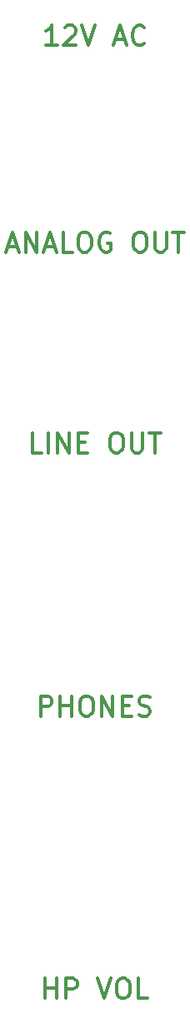
<source format=gbr>
%TF.GenerationSoftware,KiCad,Pcbnew,(6.0.5)*%
%TF.CreationDate,2022-06-04T22:54:33-04:00*%
%TF.ProjectId,aux_panel,6175785f-7061-46e6-956c-2e6b69636164,0.1*%
%TF.SameCoordinates,Original*%
%TF.FileFunction,Legend,Top*%
%TF.FilePolarity,Positive*%
%FSLAX46Y46*%
G04 Gerber Fmt 4.6, Leading zero omitted, Abs format (unit mm)*
G04 Created by KiCad (PCBNEW (6.0.5)) date 2022-06-04 22:54:33*
%MOMM*%
%LPD*%
G01*
G04 APERTURE LIST*
%ADD10C,0.300000*%
G04 APERTURE END LIST*
D10*
X107902857Y-70119761D02*
X106760000Y-70119761D01*
X107331428Y-70119761D02*
X107331428Y-68119761D01*
X107140952Y-68405476D01*
X106950476Y-68595952D01*
X106760000Y-68691190D01*
X108664761Y-68310238D02*
X108760000Y-68215000D01*
X108950476Y-68119761D01*
X109426666Y-68119761D01*
X109617142Y-68215000D01*
X109712380Y-68310238D01*
X109807619Y-68500714D01*
X109807619Y-68691190D01*
X109712380Y-68976904D01*
X108569523Y-70119761D01*
X109807619Y-70119761D01*
X110379047Y-68119761D02*
X111045714Y-70119761D01*
X111712380Y-68119761D01*
X113807619Y-69548333D02*
X114759999Y-69548333D01*
X113617142Y-70119761D02*
X114283809Y-68119761D01*
X114950476Y-70119761D01*
X116760000Y-69929285D02*
X116664761Y-70024523D01*
X116379047Y-70119761D01*
X116188571Y-70119761D01*
X115902857Y-70024523D01*
X115712380Y-69834047D01*
X115617142Y-69643571D01*
X115521904Y-69262619D01*
X115521904Y-68976904D01*
X115617142Y-68595952D01*
X115712380Y-68405476D01*
X115902857Y-68215000D01*
X116188571Y-68119761D01*
X116379047Y-68119761D01*
X116664761Y-68215000D01*
X116760000Y-68310238D01*
X106712380Y-166639761D02*
X106712380Y-164639761D01*
X106712380Y-165592142D02*
X107855238Y-165592142D01*
X107855238Y-166639761D02*
X107855238Y-164639761D01*
X108807619Y-166639761D02*
X108807619Y-164639761D01*
X109569523Y-164639761D01*
X109760000Y-164735000D01*
X109855238Y-164830238D01*
X109950476Y-165020714D01*
X109950476Y-165306428D01*
X109855238Y-165496904D01*
X109760000Y-165592142D01*
X109569523Y-165687380D01*
X108807619Y-165687380D01*
X112045714Y-164639761D02*
X112712380Y-166639761D01*
X113379047Y-164639761D01*
X114426666Y-164639761D02*
X114807619Y-164639761D01*
X114998095Y-164735000D01*
X115188571Y-164925476D01*
X115283809Y-165306428D01*
X115283809Y-165973095D01*
X115188571Y-166354047D01*
X114998095Y-166544523D01*
X114807619Y-166639761D01*
X114426666Y-166639761D01*
X114236190Y-166544523D01*
X114045714Y-166354047D01*
X113950476Y-165973095D01*
X113950476Y-165306428D01*
X114045714Y-164925476D01*
X114236190Y-164735000D01*
X114426666Y-164639761D01*
X117093333Y-166639761D02*
X116140952Y-166639761D01*
X116140952Y-164639761D01*
X106236190Y-138064761D02*
X106236190Y-136064761D01*
X106998095Y-136064761D01*
X107188571Y-136160000D01*
X107283809Y-136255238D01*
X107379047Y-136445714D01*
X107379047Y-136731428D01*
X107283809Y-136921904D01*
X107188571Y-137017142D01*
X106998095Y-137112380D01*
X106236190Y-137112380D01*
X108236190Y-138064761D02*
X108236190Y-136064761D01*
X108236190Y-137017142D02*
X109379047Y-137017142D01*
X109379047Y-138064761D02*
X109379047Y-136064761D01*
X110712380Y-136064761D02*
X111093333Y-136064761D01*
X111283809Y-136160000D01*
X111474285Y-136350476D01*
X111569523Y-136731428D01*
X111569523Y-137398095D01*
X111474285Y-137779047D01*
X111283809Y-137969523D01*
X111093333Y-138064761D01*
X110712380Y-138064761D01*
X110521904Y-137969523D01*
X110331428Y-137779047D01*
X110236190Y-137398095D01*
X110236190Y-136731428D01*
X110331428Y-136350476D01*
X110521904Y-136160000D01*
X110712380Y-136064761D01*
X112426666Y-138064761D02*
X112426666Y-136064761D01*
X113569523Y-138064761D01*
X113569523Y-136064761D01*
X114521904Y-137017142D02*
X115188571Y-137017142D01*
X115474285Y-138064761D02*
X114521904Y-138064761D01*
X114521904Y-136064761D01*
X115474285Y-136064761D01*
X116236190Y-137969523D02*
X116521904Y-138064761D01*
X116998095Y-138064761D01*
X117188571Y-137969523D01*
X117283809Y-137874285D01*
X117379047Y-137683809D01*
X117379047Y-137493333D01*
X117283809Y-137302857D01*
X117188571Y-137207619D01*
X116998095Y-137112380D01*
X116617142Y-137017142D01*
X116426666Y-136921904D01*
X116331428Y-136826666D01*
X116236190Y-136636190D01*
X116236190Y-136445714D01*
X116331428Y-136255238D01*
X116426666Y-136160000D01*
X116617142Y-136064761D01*
X117093333Y-136064761D01*
X117379047Y-136160000D01*
%TO.C,H4*%
X102902857Y-90503333D02*
X103855238Y-90503333D01*
X102712380Y-91074761D02*
X103379047Y-89074761D01*
X104045714Y-91074761D01*
X104712380Y-91074761D02*
X104712380Y-89074761D01*
X105855238Y-91074761D01*
X105855238Y-89074761D01*
X106712380Y-90503333D02*
X107664761Y-90503333D01*
X106521904Y-91074761D02*
X107188571Y-89074761D01*
X107855238Y-91074761D01*
X109474285Y-91074761D02*
X108521904Y-91074761D01*
X108521904Y-89074761D01*
X110521904Y-89074761D02*
X110902857Y-89074761D01*
X111093333Y-89170000D01*
X111283809Y-89360476D01*
X111379047Y-89741428D01*
X111379047Y-90408095D01*
X111283809Y-90789047D01*
X111093333Y-90979523D01*
X110902857Y-91074761D01*
X110521904Y-91074761D01*
X110331428Y-90979523D01*
X110140952Y-90789047D01*
X110045714Y-90408095D01*
X110045714Y-89741428D01*
X110140952Y-89360476D01*
X110331428Y-89170000D01*
X110521904Y-89074761D01*
X113283809Y-89170000D02*
X113093333Y-89074761D01*
X112807619Y-89074761D01*
X112521904Y-89170000D01*
X112331428Y-89360476D01*
X112236190Y-89550952D01*
X112140952Y-89931904D01*
X112140952Y-90217619D01*
X112236190Y-90598571D01*
X112331428Y-90789047D01*
X112521904Y-90979523D01*
X112807619Y-91074761D01*
X112998095Y-91074761D01*
X113283809Y-90979523D01*
X113379047Y-90884285D01*
X113379047Y-90217619D01*
X112998095Y-90217619D01*
X116140952Y-89074761D02*
X116521904Y-89074761D01*
X116712380Y-89170000D01*
X116902857Y-89360476D01*
X116998095Y-89741428D01*
X116998095Y-90408095D01*
X116902857Y-90789047D01*
X116712380Y-90979523D01*
X116521904Y-91074761D01*
X116140952Y-91074761D01*
X115950476Y-90979523D01*
X115760000Y-90789047D01*
X115664761Y-90408095D01*
X115664761Y-89741428D01*
X115760000Y-89360476D01*
X115950476Y-89170000D01*
X116140952Y-89074761D01*
X117855238Y-89074761D02*
X117855238Y-90693809D01*
X117950476Y-90884285D01*
X118045714Y-90979523D01*
X118236190Y-91074761D01*
X118617142Y-91074761D01*
X118807619Y-90979523D01*
X118902857Y-90884285D01*
X118998095Y-90693809D01*
X118998095Y-89074761D01*
X119664761Y-89074761D02*
X120807619Y-89074761D01*
X120236190Y-91074761D02*
X120236190Y-89074761D01*
%TO.C,H5*%
X106331428Y-111394761D02*
X105379047Y-111394761D01*
X105379047Y-109394761D01*
X106998095Y-111394761D02*
X106998095Y-109394761D01*
X107950476Y-111394761D02*
X107950476Y-109394761D01*
X109093333Y-111394761D01*
X109093333Y-109394761D01*
X110045714Y-110347142D02*
X110712380Y-110347142D01*
X110998095Y-111394761D02*
X110045714Y-111394761D01*
X110045714Y-109394761D01*
X110998095Y-109394761D01*
X113760000Y-109394761D02*
X114140952Y-109394761D01*
X114331428Y-109490000D01*
X114521904Y-109680476D01*
X114617142Y-110061428D01*
X114617142Y-110728095D01*
X114521904Y-111109047D01*
X114331428Y-111299523D01*
X114140952Y-111394761D01*
X113760000Y-111394761D01*
X113569523Y-111299523D01*
X113379047Y-111109047D01*
X113283809Y-110728095D01*
X113283809Y-110061428D01*
X113379047Y-109680476D01*
X113569523Y-109490000D01*
X113760000Y-109394761D01*
X115474285Y-109394761D02*
X115474285Y-111013809D01*
X115569523Y-111204285D01*
X115664761Y-111299523D01*
X115855238Y-111394761D01*
X116236190Y-111394761D01*
X116426666Y-111299523D01*
X116521904Y-111204285D01*
X116617142Y-111013809D01*
X116617142Y-109394761D01*
X117283809Y-109394761D02*
X118426666Y-109394761D01*
X117855238Y-111394761D02*
X117855238Y-109394761D01*
%TD*%
M02*

</source>
